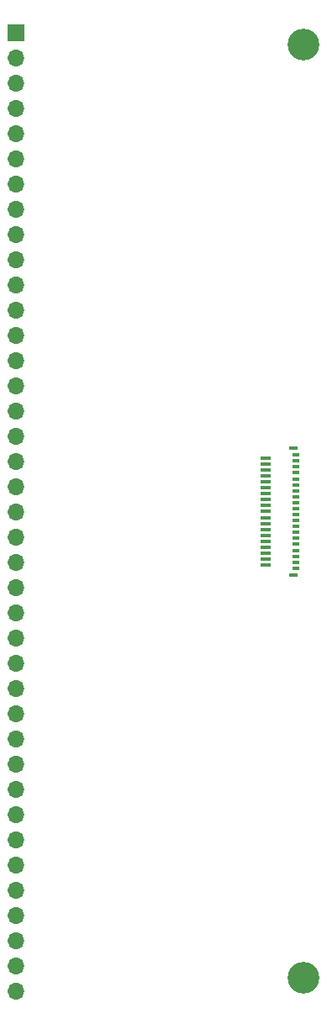
<source format=gts>
G04 #@! TF.GenerationSoftware,KiCad,Pcbnew,(7.0.0)*
G04 #@! TF.CreationDate,2023-04-01T10:31:45+02:00*
G04 #@! TF.ProjectId,ED060SC4-eink-connector,45443036-3053-4433-942d-65696e6b2d63,rev?*
G04 #@! TF.SameCoordinates,Original*
G04 #@! TF.FileFunction,Soldermask,Top*
G04 #@! TF.FilePolarity,Negative*
%FSLAX46Y46*%
G04 Gerber Fmt 4.6, Leading zero omitted, Abs format (unit mm)*
G04 Created by KiCad (PCBNEW (7.0.0)) date 2023-04-01 10:31:45*
%MOMM*%
%LPD*%
G01*
G04 APERTURE LIST*
%ADD10R,0.800000X0.300000*%
%ADD11R,1.000000X0.300000*%
%ADD12R,0.950000X0.400000*%
%ADD13C,3.200000*%
%ADD14R,1.700000X1.700000*%
%ADD15O,1.700000X1.700000*%
G04 APERTURE END LIST*
D10*
X135079999Y-95869999D03*
D11*
X132079999Y-95569999D03*
D10*
X135079999Y-95269999D03*
D11*
X132079999Y-94969999D03*
D10*
X135079999Y-94669999D03*
D11*
X132079999Y-94369999D03*
D10*
X135079999Y-94069999D03*
D11*
X132079999Y-93769999D03*
D10*
X135079999Y-93469999D03*
D11*
X132079999Y-93169999D03*
D10*
X135079999Y-92869999D03*
D11*
X132079999Y-92569999D03*
D10*
X135079999Y-92269999D03*
D11*
X132079999Y-91969999D03*
D10*
X135079999Y-91669999D03*
D11*
X132079999Y-91369999D03*
D10*
X135079999Y-91069999D03*
D11*
X132079999Y-90769999D03*
D10*
X135079999Y-90469999D03*
D11*
X132079999Y-90169999D03*
D10*
X135079999Y-89869999D03*
D11*
X132079999Y-89569999D03*
D10*
X135079999Y-89269999D03*
D11*
X132079999Y-88969999D03*
D10*
X135079999Y-88669999D03*
D11*
X132079999Y-88369999D03*
D10*
X135079999Y-88069999D03*
D11*
X132079999Y-87769999D03*
D10*
X135079999Y-87469999D03*
D11*
X132079999Y-87169999D03*
D10*
X135079999Y-86869999D03*
D11*
X132079999Y-86569999D03*
D10*
X135079999Y-86269999D03*
D11*
X132079999Y-85969999D03*
D10*
X135079999Y-85669999D03*
D11*
X132079999Y-85369999D03*
D10*
X135079999Y-85069999D03*
D11*
X132079999Y-84769999D03*
D10*
X135079999Y-84469999D03*
D12*
X134804999Y-96569999D03*
X134804999Y-83769999D03*
D13*
X135890000Y-137160000D03*
X135890000Y-43180000D03*
D14*
X106933999Y-41949999D03*
D15*
X106933999Y-44489999D03*
X106933999Y-47029999D03*
X106933999Y-49569999D03*
X106933999Y-52109999D03*
X106933999Y-54649999D03*
X106933999Y-57189999D03*
X106933999Y-59729999D03*
X106933999Y-62269999D03*
X106933999Y-64809999D03*
X106933999Y-67349999D03*
X106933999Y-69889999D03*
X106933999Y-72429999D03*
X106933999Y-74969999D03*
X106933999Y-77509999D03*
X106933999Y-80049999D03*
X106933999Y-82589999D03*
X106933999Y-85129999D03*
X106933999Y-87669999D03*
X106933999Y-90209999D03*
X106933999Y-92749999D03*
X106933999Y-95289999D03*
X106933999Y-97829999D03*
X106933999Y-100369999D03*
X106933999Y-102909999D03*
X106933999Y-105449999D03*
X106933999Y-107989999D03*
X106933999Y-110529999D03*
X106933999Y-113069999D03*
X106933999Y-115609999D03*
X106933999Y-118149999D03*
X106933999Y-120689999D03*
X106933999Y-123229999D03*
X106933999Y-125769999D03*
X106933999Y-128309999D03*
X106933999Y-130849999D03*
X106933999Y-133389999D03*
X106933999Y-135929999D03*
X106933999Y-138469999D03*
M02*

</source>
